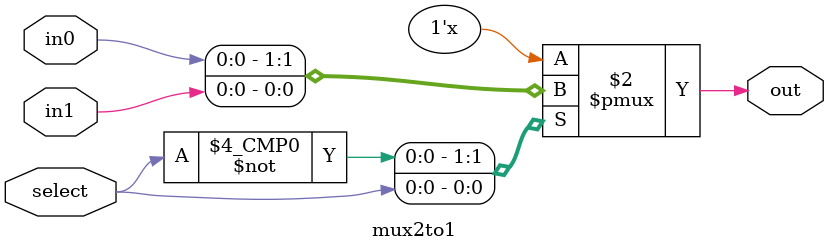
<source format=v>
`timescale 1ns / 1ps

module mux2to1 #(parameter SIZE=1) (
    input      [(SIZE-1):0] in0,
    input      [(SIZE-1):0] in1,
    input                   select,
    output reg [(SIZE-1):0] out
    );
    
    always@(select or in0 or in1) begin
        case(select)
            1'b0: out = in0;
            1'b1: out = in1;
            default: out = 'bx;
        endcase
    end
    
endmodule

</source>
